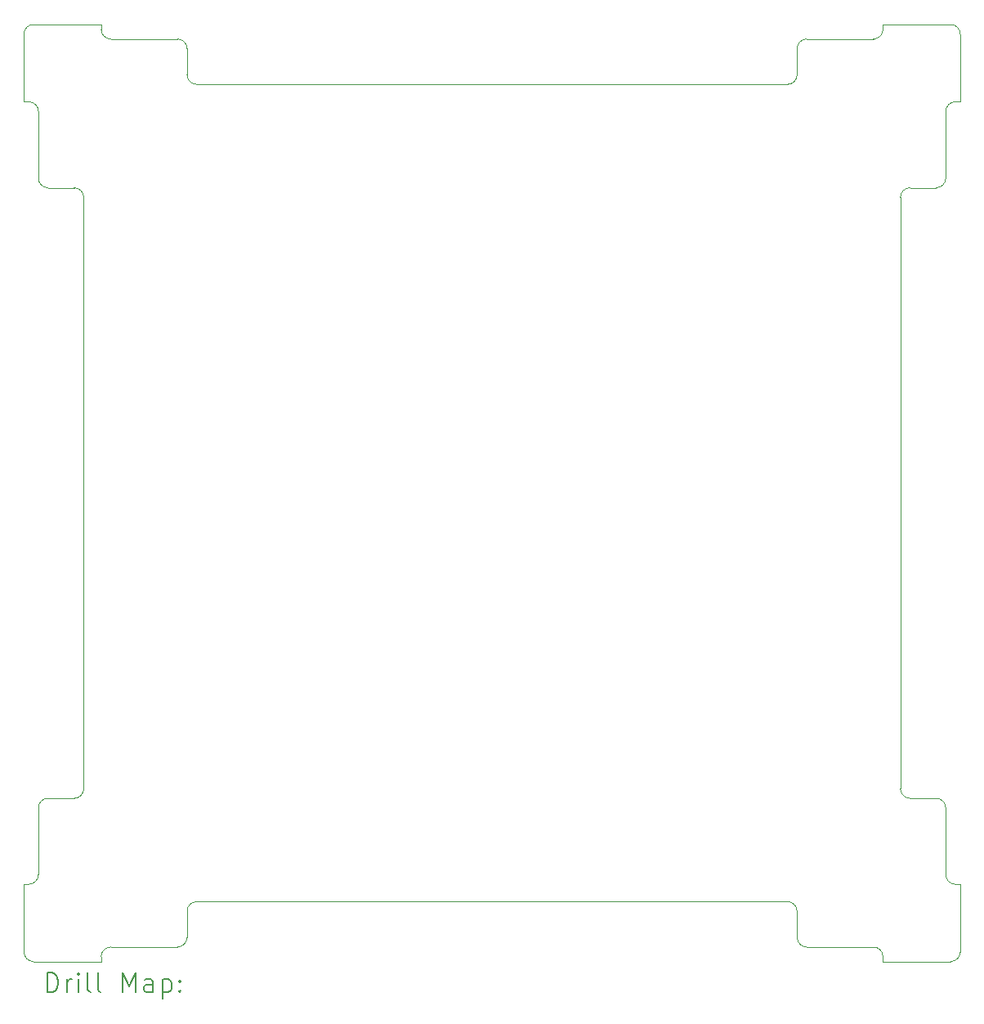
<source format=gbr>
%TF.GenerationSoftware,KiCad,Pcbnew,7.0.1-0*%
%TF.CreationDate,2023-03-19T01:36:27-04:00*%
%TF.ProjectId,bottom-adapter,626f7474-6f6d-42d6-9164-61707465722e,3*%
%TF.SameCoordinates,Original*%
%TF.FileFunction,Drillmap*%
%TF.FilePolarity,Positive*%
%FSLAX45Y45*%
G04 Gerber Fmt 4.5, Leading zero omitted, Abs format (unit mm)*
G04 Created by KiCad (PCBNEW 7.0.1-0) date 2023-03-19 01:36:27*
%MOMM*%
%LPD*%
G01*
G04 APERTURE LIST*
%ADD10C,0.100000*%
%ADD11C,0.200000*%
G04 APERTURE END LIST*
D10*
X7520000Y-13010000D02*
G75*
G03*
X7620000Y-12910000I0J100000D01*
G01*
X7250000Y-13010000D02*
G75*
G03*
X7150000Y-13110000I0J-100000D01*
G01*
X16180000Y-6690000D02*
G75*
G03*
X16080000Y-6790000I0J-100000D01*
G01*
X16700000Y-5800000D02*
X16700000Y-5100000D01*
X16700000Y-5800000D02*
X16650000Y-5800000D01*
X8690000Y-5520000D02*
G75*
G03*
X8790000Y-5620000I100000J0D01*
G01*
X15900000Y-5000000D02*
X16600000Y-5000000D01*
X16550000Y-13800000D02*
G75*
G03*
X16650000Y-13900000I100000J0D01*
G01*
X7000000Y-14600000D02*
G75*
G03*
X7100000Y-14700000I100000J0D01*
G01*
X14910000Y-14080000D02*
X8790000Y-14080000D01*
X16600000Y-14700000D02*
G75*
G03*
X16700000Y-14600000I0J100000D01*
G01*
X7900000Y-14550000D02*
G75*
G03*
X7800000Y-14650000I0J-100000D01*
G01*
X15900000Y-14650000D02*
G75*
G03*
X15800000Y-14550000I-100000J0D01*
G01*
X7000000Y-13900000D02*
X7000000Y-14600000D01*
X16550000Y-13110000D02*
G75*
G03*
X16450000Y-13010000I-100000J0D01*
G01*
X7050000Y-5800000D02*
X7000000Y-5800000D01*
X15010000Y-14180000D02*
X15010000Y-14450000D01*
X8790000Y-5620000D02*
X14910000Y-5620000D01*
X7150000Y-6590000D02*
G75*
G03*
X7250000Y-6690000I100000J0D01*
G01*
X7800000Y-14700000D02*
X7100000Y-14700000D01*
X16600000Y-14700000D02*
X15900000Y-14700000D01*
X16650000Y-13900000D02*
X16700000Y-13900000D01*
X15800000Y-5150000D02*
G75*
G03*
X15900000Y-5050000I0J100000D01*
G01*
X16080000Y-6790000D02*
X16080000Y-12910000D01*
X8590000Y-14550000D02*
X7900000Y-14550000D01*
X7520000Y-13010000D02*
X7250000Y-13010000D01*
X16550000Y-5900000D02*
X16550000Y-6590000D01*
X15010000Y-5520000D02*
X15010000Y-5250000D01*
X14910000Y-5620000D02*
G75*
G03*
X15010000Y-5520000I0J100000D01*
G01*
X8690000Y-14180000D02*
X8690000Y-14450000D01*
X15800000Y-14550000D02*
X15110000Y-14550000D01*
X8790000Y-14080000D02*
G75*
G03*
X8690000Y-14180000I0J-100000D01*
G01*
X7520000Y-6690000D02*
X7250000Y-6690000D01*
X7800000Y-5050000D02*
G75*
G03*
X7900000Y-5150000I100000J0D01*
G01*
X16180000Y-13010000D02*
X16450000Y-13010000D01*
X16700000Y-5100000D02*
G75*
G03*
X16600000Y-5000000I-100000J0D01*
G01*
X7900000Y-5150000D02*
X8590000Y-5150000D01*
X7150000Y-13110000D02*
X7150000Y-13800000D01*
X16180000Y-6690000D02*
X16450000Y-6690000D01*
X15900000Y-5000000D02*
X15900000Y-5050000D01*
X8590000Y-14550000D02*
G75*
G03*
X8690000Y-14450000I0J100000D01*
G01*
X7800000Y-5050000D02*
X7800000Y-5000000D01*
X7000000Y-13900000D02*
X7050000Y-13900000D01*
X7150000Y-5900000D02*
G75*
G03*
X7050000Y-5800000I-100000J0D01*
G01*
X16080000Y-12910000D02*
G75*
G03*
X16180000Y-13010000I100000J0D01*
G01*
X16650000Y-5800000D02*
G75*
G03*
X16550000Y-5900000I0J-100000D01*
G01*
X7620000Y-12910000D02*
X7620000Y-6790000D01*
X8690000Y-5520000D02*
X8690000Y-5250000D01*
X7000000Y-5100000D02*
X7000000Y-5800000D01*
X15800000Y-5150000D02*
X15110000Y-5150000D01*
X7150000Y-5900000D02*
X7150000Y-6590000D01*
X8690000Y-5250000D02*
G75*
G03*
X8590000Y-5150000I-100000J0D01*
G01*
X16450000Y-6690000D02*
G75*
G03*
X16550000Y-6590000I0J100000D01*
G01*
X15010000Y-14180000D02*
G75*
G03*
X14910000Y-14080000I-100000J0D01*
G01*
X15900000Y-14650000D02*
X15900000Y-14700000D01*
X7050000Y-13900000D02*
G75*
G03*
X7150000Y-13800000I0J100000D01*
G01*
X15010000Y-14450000D02*
G75*
G03*
X15110000Y-14550000I100000J0D01*
G01*
X15110000Y-5150000D02*
G75*
G03*
X15010000Y-5250000I0J-100000D01*
G01*
X16550000Y-13110000D02*
X16550000Y-13800000D01*
X7100000Y-5000000D02*
G75*
G03*
X7000000Y-5100000I0J-100000D01*
G01*
X7800000Y-5000000D02*
X7100000Y-5000000D01*
X16700000Y-13900000D02*
X16700000Y-14600000D01*
X7620000Y-6790000D02*
G75*
G03*
X7520000Y-6690000I-100000J0D01*
G01*
X7800000Y-14700000D02*
X7800000Y-14650000D01*
D11*
X7242619Y-15017524D02*
X7242619Y-14817524D01*
X7242619Y-14817524D02*
X7290238Y-14817524D01*
X7290238Y-14817524D02*
X7318809Y-14827048D01*
X7318809Y-14827048D02*
X7337857Y-14846095D01*
X7337857Y-14846095D02*
X7347381Y-14865143D01*
X7347381Y-14865143D02*
X7356905Y-14903238D01*
X7356905Y-14903238D02*
X7356905Y-14931809D01*
X7356905Y-14931809D02*
X7347381Y-14969905D01*
X7347381Y-14969905D02*
X7337857Y-14988952D01*
X7337857Y-14988952D02*
X7318809Y-15008000D01*
X7318809Y-15008000D02*
X7290238Y-15017524D01*
X7290238Y-15017524D02*
X7242619Y-15017524D01*
X7442619Y-15017524D02*
X7442619Y-14884190D01*
X7442619Y-14922286D02*
X7452143Y-14903238D01*
X7452143Y-14903238D02*
X7461667Y-14893714D01*
X7461667Y-14893714D02*
X7480714Y-14884190D01*
X7480714Y-14884190D02*
X7499762Y-14884190D01*
X7566428Y-15017524D02*
X7566428Y-14884190D01*
X7566428Y-14817524D02*
X7556905Y-14827048D01*
X7556905Y-14827048D02*
X7566428Y-14836571D01*
X7566428Y-14836571D02*
X7575952Y-14827048D01*
X7575952Y-14827048D02*
X7566428Y-14817524D01*
X7566428Y-14817524D02*
X7566428Y-14836571D01*
X7690238Y-15017524D02*
X7671190Y-15008000D01*
X7671190Y-15008000D02*
X7661667Y-14988952D01*
X7661667Y-14988952D02*
X7661667Y-14817524D01*
X7795000Y-15017524D02*
X7775952Y-15008000D01*
X7775952Y-15008000D02*
X7766428Y-14988952D01*
X7766428Y-14988952D02*
X7766428Y-14817524D01*
X8023571Y-15017524D02*
X8023571Y-14817524D01*
X8023571Y-14817524D02*
X8090238Y-14960381D01*
X8090238Y-14960381D02*
X8156905Y-14817524D01*
X8156905Y-14817524D02*
X8156905Y-15017524D01*
X8337857Y-15017524D02*
X8337857Y-14912762D01*
X8337857Y-14912762D02*
X8328333Y-14893714D01*
X8328333Y-14893714D02*
X8309286Y-14884190D01*
X8309286Y-14884190D02*
X8271190Y-14884190D01*
X8271190Y-14884190D02*
X8252143Y-14893714D01*
X8337857Y-15008000D02*
X8318809Y-15017524D01*
X8318809Y-15017524D02*
X8271190Y-15017524D01*
X8271190Y-15017524D02*
X8252143Y-15008000D01*
X8252143Y-15008000D02*
X8242619Y-14988952D01*
X8242619Y-14988952D02*
X8242619Y-14969905D01*
X8242619Y-14969905D02*
X8252143Y-14950857D01*
X8252143Y-14950857D02*
X8271190Y-14941333D01*
X8271190Y-14941333D02*
X8318809Y-14941333D01*
X8318809Y-14941333D02*
X8337857Y-14931809D01*
X8433095Y-14884190D02*
X8433095Y-15084190D01*
X8433095Y-14893714D02*
X8452143Y-14884190D01*
X8452143Y-14884190D02*
X8490238Y-14884190D01*
X8490238Y-14884190D02*
X8509286Y-14893714D01*
X8509286Y-14893714D02*
X8518810Y-14903238D01*
X8518810Y-14903238D02*
X8528333Y-14922286D01*
X8528333Y-14922286D02*
X8528333Y-14979428D01*
X8528333Y-14979428D02*
X8518810Y-14998476D01*
X8518810Y-14998476D02*
X8509286Y-15008000D01*
X8509286Y-15008000D02*
X8490238Y-15017524D01*
X8490238Y-15017524D02*
X8452143Y-15017524D01*
X8452143Y-15017524D02*
X8433095Y-15008000D01*
X8614048Y-14998476D02*
X8623571Y-15008000D01*
X8623571Y-15008000D02*
X8614048Y-15017524D01*
X8614048Y-15017524D02*
X8604524Y-15008000D01*
X8604524Y-15008000D02*
X8614048Y-14998476D01*
X8614048Y-14998476D02*
X8614048Y-15017524D01*
X8614048Y-14893714D02*
X8623571Y-14903238D01*
X8623571Y-14903238D02*
X8614048Y-14912762D01*
X8614048Y-14912762D02*
X8604524Y-14903238D01*
X8604524Y-14903238D02*
X8614048Y-14893714D01*
X8614048Y-14893714D02*
X8614048Y-14912762D01*
M02*

</source>
